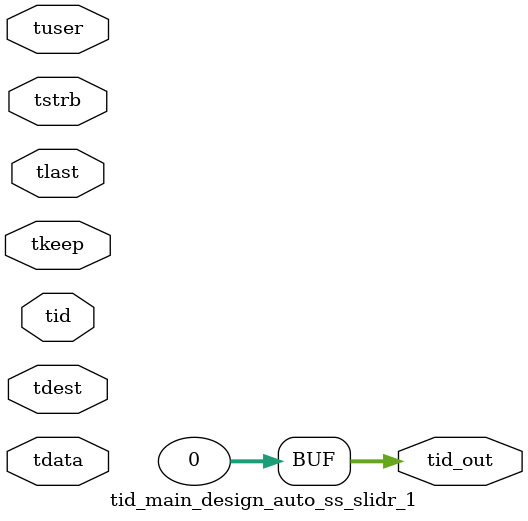
<source format=v>


`timescale 1ps/1ps

module tid_main_design_auto_ss_slidr_1 #
(
parameter C_S_AXIS_TID_WIDTH   = 1,
parameter C_S_AXIS_TUSER_WIDTH = 0,
parameter C_S_AXIS_TDATA_WIDTH = 0,
parameter C_S_AXIS_TDEST_WIDTH = 0,
parameter C_M_AXIS_TID_WIDTH   = 32
)
(
input  [(C_S_AXIS_TID_WIDTH   == 0 ? 1 : C_S_AXIS_TID_WIDTH)-1:0       ] tid,
input  [(C_S_AXIS_TDATA_WIDTH == 0 ? 1 : C_S_AXIS_TDATA_WIDTH)-1:0     ] tdata,
input  [(C_S_AXIS_TUSER_WIDTH == 0 ? 1 : C_S_AXIS_TUSER_WIDTH)-1:0     ] tuser,
input  [(C_S_AXIS_TDEST_WIDTH == 0 ? 1 : C_S_AXIS_TDEST_WIDTH)-1:0     ] tdest,
input  [(C_S_AXIS_TDATA_WIDTH/8)-1:0 ] tkeep,
input  [(C_S_AXIS_TDATA_WIDTH/8)-1:0 ] tstrb,
input                                                                    tlast,
output [(C_M_AXIS_TID_WIDTH   == 0 ? 1 : C_M_AXIS_TID_WIDTH)-1:0       ] tid_out
);

assign tid_out = {1'b0};

endmodule


</source>
